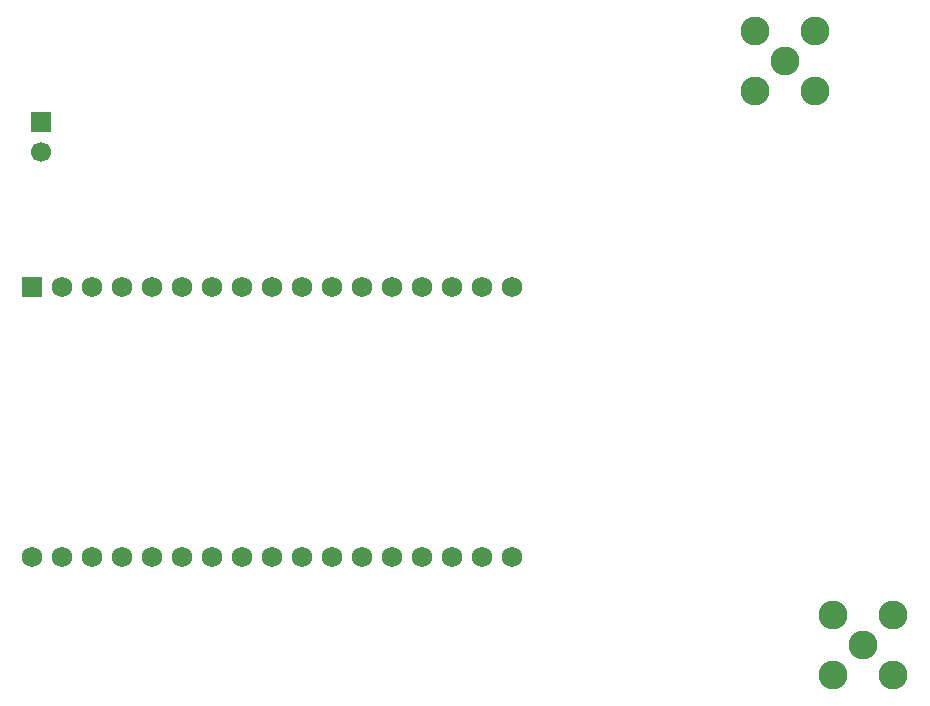
<source format=gbs>
G04 #@! TF.GenerationSoftware,KiCad,Pcbnew,9.99.0-4546-gb76221958b*
G04 #@! TF.CreationDate,2026-01-23T23:00:34+05:00*
G04 #@! TF.ProjectId,Transmitter board,5472616e-736d-4697-9474-657220626f61,rev?*
G04 #@! TF.SameCoordinates,Original*
G04 #@! TF.FileFunction,Soldermask,Bot*
G04 #@! TF.FilePolarity,Negative*
%FSLAX46Y46*%
G04 Gerber Fmt 4.6, Leading zero omitted, Abs format (unit mm)*
G04 Created by KiCad (PCBNEW 9.99.0-4546-gb76221958b) date 2026-01-23 23:00:34*
%MOMM*%
%LPD*%
G01*
G04 APERTURE LIST*
G04 Aperture macros list*
%AMRoundRect*
0 Rectangle with rounded corners*
0 $1 Rounding radius*
0 $2 $3 $4 $5 $6 $7 $8 $9 X,Y pos of 4 corners*
0 Add a 4 corners polygon primitive as box body*
4,1,4,$2,$3,$4,$5,$6,$7,$8,$9,$2,$3,0*
0 Add four circle primitives for the rounded corners*
1,1,$1+$1,$2,$3*
1,1,$1+$1,$4,$5*
1,1,$1+$1,$6,$7*
1,1,$1+$1,$8,$9*
0 Add four rect primitives between the rounded corners*
20,1,$1+$1,$2,$3,$4,$5,0*
20,1,$1+$1,$4,$5,$6,$7,0*
20,1,$1+$1,$6,$7,$8,$9,0*
20,1,$1+$1,$8,$9,$2,$3,0*%
G04 Aperture macros list end*
%ADD10C,2.454000*%
%ADD11R,1.700000X1.700000*%
%ADD12C,1.700000*%
%ADD13RoundRect,0.102000X-0.762000X0.762000X-0.762000X-0.762000X0.762000X-0.762000X0.762000X0.762000X0*%
%ADD14C,1.728000*%
G04 APERTURE END LIST*
D10*
X99314000Y-24083500D03*
X101854000Y-26623500D03*
X96774000Y-26623500D03*
X101854000Y-21543500D03*
X96774000Y-21543500D03*
X105900000Y-73500000D03*
X103360000Y-70960000D03*
X108440000Y-70960000D03*
X103360000Y-76040000D03*
X108440000Y-76040000D03*
D11*
X36322000Y-29205000D03*
D12*
X36322000Y-31745000D03*
D13*
X35560000Y-43180000D03*
D14*
X38100000Y-43180000D03*
X40640000Y-43180000D03*
X43180000Y-43180000D03*
X45720000Y-43180000D03*
X48260000Y-43180000D03*
X50800000Y-43180000D03*
X53340000Y-43180000D03*
X55880000Y-43180000D03*
X58420000Y-43180000D03*
X60960000Y-43180000D03*
X63500000Y-43180000D03*
X66040000Y-43180000D03*
X68580000Y-43180000D03*
X71120000Y-43180000D03*
X73660000Y-43180000D03*
X76200000Y-43180000D03*
X35560000Y-66040000D03*
X38100000Y-66040000D03*
X40640000Y-66040000D03*
X43180000Y-66040000D03*
X45720000Y-66040000D03*
X48260000Y-66040000D03*
X50800000Y-66040000D03*
X53340000Y-66040000D03*
X55880000Y-66040000D03*
X58420000Y-66040000D03*
X60960000Y-66040000D03*
X63500000Y-66040000D03*
X66040000Y-66040000D03*
X68580000Y-66040000D03*
X71120000Y-66040000D03*
X73660000Y-66040000D03*
X76200000Y-66040000D03*
M02*

</source>
